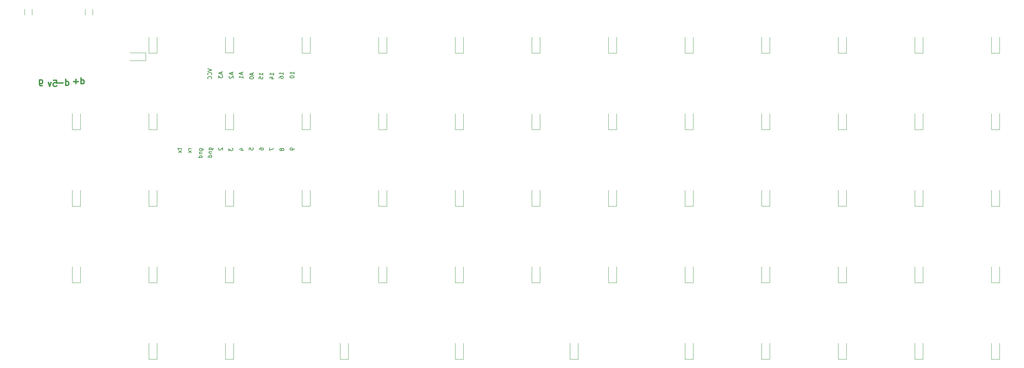
<source format=gbo>
G04 #@! TF.GenerationSoftware,KiCad,Pcbnew,(5.1.10-1-10_14)*
G04 #@! TF.CreationDate,2021-08-25T20:34:20+10:00*
G04 #@! TF.ProjectId,WTL62,57544c36-322e-46b6-9963-61645f706362,rev?*
G04 #@! TF.SameCoordinates,Original*
G04 #@! TF.FileFunction,Legend,Bot*
G04 #@! TF.FilePolarity,Positive*
%FSLAX46Y46*%
G04 Gerber Fmt 4.6, Leading zero omitted, Abs format (unit mm)*
G04 Created by KiCad (PCBNEW (5.1.10-1-10_14)) date 2021-08-25 20:34:20*
%MOMM*%
%LPD*%
G01*
G04 APERTURE LIST*
%ADD10C,0.300000*%
%ADD11C,0.120000*%
%ADD12C,0.150000*%
%ADD13C,4.300000*%
%ADD14C,1.752600*%
%ADD15R,0.300000X0.800000*%
%ADD16R,0.540000X0.800000*%
%ADD17C,1.000000*%
%ADD18C,1.524000*%
%ADD19R,2.550000X2.500000*%
%ADD20C,1.750000*%
%ADD21C,3.000000*%
%ADD22C,3.987800*%
%ADD23C,3.048000*%
%ADD24R,1.200000X0.900000*%
%ADD25R,0.900000X1.200000*%
G04 APERTURE END LIST*
D10*
X42517142Y-44874571D02*
X42517142Y-43374571D01*
X42517142Y-44803142D02*
X42660000Y-44874571D01*
X42945714Y-44874571D01*
X43088571Y-44803142D01*
X43160000Y-44731714D01*
X43231428Y-44588857D01*
X43231428Y-44160285D01*
X43160000Y-44017428D01*
X43088571Y-43946000D01*
X42945714Y-43874571D01*
X42660000Y-43874571D01*
X42517142Y-43946000D01*
X41802857Y-44303142D02*
X40660000Y-44303142D01*
X41231428Y-44874571D02*
X41231428Y-43731714D01*
X38707142Y-45255571D02*
X38707142Y-43755571D01*
X38707142Y-45184142D02*
X38850000Y-45255571D01*
X39135714Y-45255571D01*
X39278571Y-45184142D01*
X39350000Y-45112714D01*
X39421428Y-44969857D01*
X39421428Y-44541285D01*
X39350000Y-44398428D01*
X39278571Y-44327000D01*
X39135714Y-44255571D01*
X38850000Y-44255571D01*
X38707142Y-44327000D01*
X37992857Y-44684142D02*
X36850000Y-44684142D01*
X35647285Y-44009571D02*
X36361571Y-44009571D01*
X36433000Y-44723857D01*
X36361571Y-44652428D01*
X36218714Y-44581000D01*
X35861571Y-44581000D01*
X35718714Y-44652428D01*
X35647285Y-44723857D01*
X35575857Y-44866714D01*
X35575857Y-45223857D01*
X35647285Y-45366714D01*
X35718714Y-45438142D01*
X35861571Y-45509571D01*
X36218714Y-45509571D01*
X36361571Y-45438142D01*
X36433000Y-45366714D01*
X35075857Y-44509571D02*
X34718714Y-45509571D01*
X34361571Y-44509571D01*
X32190571Y-43874571D02*
X32190571Y-45088857D01*
X32262000Y-45231714D01*
X32333428Y-45303142D01*
X32476285Y-45374571D01*
X32690571Y-45374571D01*
X32833428Y-45303142D01*
X32190571Y-44803142D02*
X32333428Y-44874571D01*
X32619142Y-44874571D01*
X32762000Y-44803142D01*
X32833428Y-44731714D01*
X32904857Y-44588857D01*
X32904857Y-44160285D01*
X32833428Y-44017428D01*
X32762000Y-43946000D01*
X32619142Y-43874571D01*
X32333428Y-43874571D01*
X32190571Y-43946000D01*
D11*
X43540000Y-26260436D02*
X43540000Y-27714564D01*
X45360000Y-26260436D02*
X45360000Y-27714564D01*
X28458750Y-26260436D02*
X28458750Y-27714564D01*
X30278750Y-26260436D02*
X30278750Y-27714564D01*
X175625000Y-37175000D02*
X173625000Y-37175000D01*
X173625000Y-37175000D02*
X173625000Y-33275000D01*
X175625000Y-37175000D02*
X175625000Y-33275000D01*
X194675000Y-37175000D02*
X192675000Y-37175000D01*
X192675000Y-37175000D02*
X192675000Y-33275000D01*
X194675000Y-37175000D02*
X194675000Y-33275000D01*
X213725000Y-37175000D02*
X211725000Y-37175000D01*
X211725000Y-37175000D02*
X211725000Y-33275000D01*
X213725000Y-37175000D02*
X213725000Y-33275000D01*
X232775000Y-37175000D02*
X230775000Y-37175000D01*
X230775000Y-37175000D02*
X230775000Y-33275000D01*
X232775000Y-37175000D02*
X232775000Y-33275000D01*
X251825000Y-37175000D02*
X249825000Y-37175000D01*
X249825000Y-37175000D02*
X249825000Y-33275000D01*
X251825000Y-37175000D02*
X251825000Y-33275000D01*
X270875000Y-37175000D02*
X268875000Y-37175000D01*
X268875000Y-37175000D02*
X268875000Y-33275000D01*
X270875000Y-37175000D02*
X270875000Y-33275000D01*
X175625000Y-56225000D02*
X173625000Y-56225000D01*
X173625000Y-56225000D02*
X173625000Y-52325000D01*
X175625000Y-56225000D02*
X175625000Y-52325000D01*
X194675000Y-56225000D02*
X192675000Y-56225000D01*
X192675000Y-56225000D02*
X192675000Y-52325000D01*
X194675000Y-56225000D02*
X194675000Y-52325000D01*
X213725000Y-56225000D02*
X211725000Y-56225000D01*
X211725000Y-56225000D02*
X211725000Y-52325000D01*
X213725000Y-56225000D02*
X213725000Y-52325000D01*
X232775000Y-56225000D02*
X230775000Y-56225000D01*
X230775000Y-56225000D02*
X230775000Y-52325000D01*
X232775000Y-56225000D02*
X232775000Y-52325000D01*
X251825000Y-56225000D02*
X249825000Y-56225000D01*
X249825000Y-56225000D02*
X249825000Y-52325000D01*
X251825000Y-56225000D02*
X251825000Y-52325000D01*
X270875000Y-56225000D02*
X268875000Y-56225000D01*
X268875000Y-56225000D02*
X268875000Y-52325000D01*
X270875000Y-56225000D02*
X270875000Y-52325000D01*
X175625000Y-75275000D02*
X173625000Y-75275000D01*
X173625000Y-75275000D02*
X173625000Y-71375000D01*
X175625000Y-75275000D02*
X175625000Y-71375000D01*
X194675000Y-75275000D02*
X192675000Y-75275000D01*
X192675000Y-75275000D02*
X192675000Y-71375000D01*
X194675000Y-75275000D02*
X194675000Y-71375000D01*
X213725000Y-75275000D02*
X211725000Y-75275000D01*
X211725000Y-75275000D02*
X211725000Y-71375000D01*
X213725000Y-75275000D02*
X213725000Y-71375000D01*
X232775000Y-75275000D02*
X230775000Y-75275000D01*
X230775000Y-75275000D02*
X230775000Y-71375000D01*
X232775000Y-75275000D02*
X232775000Y-71375000D01*
X251825000Y-75275000D02*
X249825000Y-75275000D01*
X249825000Y-75275000D02*
X249825000Y-71375000D01*
X251825000Y-75275000D02*
X251825000Y-71375000D01*
X270875000Y-75275000D02*
X268875000Y-75275000D01*
X268875000Y-75275000D02*
X268875000Y-71375000D01*
X270875000Y-75275000D02*
X270875000Y-71375000D01*
X175625000Y-94325000D02*
X173625000Y-94325000D01*
X173625000Y-94325000D02*
X173625000Y-90425000D01*
X175625000Y-94325000D02*
X175625000Y-90425000D01*
X194675000Y-94325000D02*
X192675000Y-94325000D01*
X192675000Y-94325000D02*
X192675000Y-90425000D01*
X194675000Y-94325000D02*
X194675000Y-90425000D01*
X213725000Y-94325000D02*
X211725000Y-94325000D01*
X211725000Y-94325000D02*
X211725000Y-90425000D01*
X213725000Y-94325000D02*
X213725000Y-90425000D01*
X232775000Y-94325000D02*
X230775000Y-94325000D01*
X230775000Y-94325000D02*
X230775000Y-90425000D01*
X232775000Y-94325000D02*
X232775000Y-90425000D01*
X251825000Y-94325000D02*
X249825000Y-94325000D01*
X249825000Y-94325000D02*
X249825000Y-90425000D01*
X251825000Y-94325000D02*
X251825000Y-90425000D01*
X270875000Y-94325000D02*
X268875000Y-94325000D01*
X268875000Y-94325000D02*
X268875000Y-90425000D01*
X270875000Y-94325000D02*
X270875000Y-90425000D01*
X194675000Y-113375000D02*
X192675000Y-113375000D01*
X192675000Y-113375000D02*
X192675000Y-109475000D01*
X194675000Y-113375000D02*
X194675000Y-109475000D01*
X213725000Y-113375000D02*
X211725000Y-113375000D01*
X211725000Y-113375000D02*
X211725000Y-109475000D01*
X213725000Y-113375000D02*
X213725000Y-109475000D01*
X232775000Y-113375000D02*
X230775000Y-113375000D01*
X230775000Y-113375000D02*
X230775000Y-109475000D01*
X232775000Y-113375000D02*
X232775000Y-109475000D01*
X251825000Y-113375000D02*
X249825000Y-113375000D01*
X249825000Y-113375000D02*
X249825000Y-109475000D01*
X251825000Y-113375000D02*
X251825000Y-109475000D01*
X270875000Y-113375000D02*
X268875000Y-113375000D01*
X268875000Y-113375000D02*
X268875000Y-109475000D01*
X270875000Y-113375000D02*
X270875000Y-109475000D01*
X166100000Y-113375000D02*
X164100000Y-113375000D01*
X164100000Y-113375000D02*
X164100000Y-109475000D01*
X166100000Y-113375000D02*
X166100000Y-109475000D01*
X137525000Y-113375000D02*
X135525000Y-113375000D01*
X135525000Y-113375000D02*
X135525000Y-109475000D01*
X137525000Y-113375000D02*
X137525000Y-109475000D01*
X108950000Y-113375000D02*
X106950000Y-113375000D01*
X106950000Y-113375000D02*
X106950000Y-109475000D01*
X108950000Y-113375000D02*
X108950000Y-109475000D01*
X80375000Y-113375000D02*
X78375000Y-113375000D01*
X78375000Y-113375000D02*
X78375000Y-109475000D01*
X80375000Y-113375000D02*
X80375000Y-109475000D01*
X61325000Y-113375000D02*
X59325000Y-113375000D01*
X59325000Y-113375000D02*
X59325000Y-109475000D01*
X61325000Y-113375000D02*
X61325000Y-109475000D01*
X156575000Y-94325000D02*
X154575000Y-94325000D01*
X154575000Y-94325000D02*
X154575000Y-90425000D01*
X156575000Y-94325000D02*
X156575000Y-90425000D01*
X137525000Y-94325000D02*
X135525000Y-94325000D01*
X135525000Y-94325000D02*
X135525000Y-90425000D01*
X137525000Y-94325000D02*
X137525000Y-90425000D01*
X118475000Y-94325000D02*
X116475000Y-94325000D01*
X116475000Y-94325000D02*
X116475000Y-90425000D01*
X118475000Y-94325000D02*
X118475000Y-90425000D01*
X99425000Y-94325000D02*
X97425000Y-94325000D01*
X97425000Y-94325000D02*
X97425000Y-90425000D01*
X99425000Y-94325000D02*
X99425000Y-90425000D01*
X80375000Y-94325000D02*
X78375000Y-94325000D01*
X78375000Y-94325000D02*
X78375000Y-90425000D01*
X80375000Y-94325000D02*
X80375000Y-90425000D01*
X61325000Y-94325000D02*
X59325000Y-94325000D01*
X59325000Y-94325000D02*
X59325000Y-90425000D01*
X61325000Y-94325000D02*
X61325000Y-90425000D01*
X42275000Y-94325000D02*
X40275000Y-94325000D01*
X40275000Y-94325000D02*
X40275000Y-90425000D01*
X42275000Y-94325000D02*
X42275000Y-90425000D01*
X156575000Y-75275000D02*
X154575000Y-75275000D01*
X154575000Y-75275000D02*
X154575000Y-71375000D01*
X156575000Y-75275000D02*
X156575000Y-71375000D01*
X137525000Y-75275000D02*
X135525000Y-75275000D01*
X135525000Y-75275000D02*
X135525000Y-71375000D01*
X137525000Y-75275000D02*
X137525000Y-71375000D01*
X118475000Y-75275000D02*
X116475000Y-75275000D01*
X116475000Y-75275000D02*
X116475000Y-71375000D01*
X118475000Y-75275000D02*
X118475000Y-71375000D01*
X99425000Y-75275000D02*
X97425000Y-75275000D01*
X97425000Y-75275000D02*
X97425000Y-71375000D01*
X99425000Y-75275000D02*
X99425000Y-71375000D01*
X80375000Y-75275000D02*
X78375000Y-75275000D01*
X78375000Y-75275000D02*
X78375000Y-71375000D01*
X80375000Y-75275000D02*
X80375000Y-71375000D01*
X61325000Y-75275000D02*
X59325000Y-75275000D01*
X59325000Y-75275000D02*
X59325000Y-71375000D01*
X61325000Y-75275000D02*
X61325000Y-71375000D01*
X42275000Y-75275000D02*
X40275000Y-75275000D01*
X40275000Y-75275000D02*
X40275000Y-71375000D01*
X42275000Y-75275000D02*
X42275000Y-71375000D01*
X156575000Y-56287500D02*
X154575000Y-56287500D01*
X154575000Y-56287500D02*
X154575000Y-52387500D01*
X156575000Y-56287500D02*
X156575000Y-52387500D01*
X137525000Y-56225000D02*
X135525000Y-56225000D01*
X135525000Y-56225000D02*
X135525000Y-52325000D01*
X137525000Y-56225000D02*
X137525000Y-52325000D01*
X118475000Y-56225000D02*
X116475000Y-56225000D01*
X116475000Y-56225000D02*
X116475000Y-52325000D01*
X118475000Y-56225000D02*
X118475000Y-52325000D01*
X99425000Y-56225000D02*
X97425000Y-56225000D01*
X97425000Y-56225000D02*
X97425000Y-52325000D01*
X99425000Y-56225000D02*
X99425000Y-52325000D01*
X80375000Y-56225000D02*
X78375000Y-56225000D01*
X78375000Y-56225000D02*
X78375000Y-52325000D01*
X80375000Y-56225000D02*
X80375000Y-52325000D01*
X61325000Y-56225000D02*
X59325000Y-56225000D01*
X59325000Y-56225000D02*
X59325000Y-52325000D01*
X61325000Y-56225000D02*
X61325000Y-52325000D01*
X42275000Y-56225000D02*
X40275000Y-56225000D01*
X40275000Y-56225000D02*
X40275000Y-52325000D01*
X42275000Y-56225000D02*
X42275000Y-52325000D01*
X156575000Y-37175000D02*
X154575000Y-37175000D01*
X154575000Y-37175000D02*
X154575000Y-33275000D01*
X156575000Y-37175000D02*
X156575000Y-33275000D01*
X137525000Y-37175000D02*
X135525000Y-37175000D01*
X135525000Y-37175000D02*
X135525000Y-33275000D01*
X137525000Y-37175000D02*
X137525000Y-33275000D01*
X118475000Y-37175000D02*
X116475000Y-37175000D01*
X116475000Y-37175000D02*
X116475000Y-33275000D01*
X118475000Y-37175000D02*
X118475000Y-33275000D01*
X99425000Y-37175000D02*
X97425000Y-37175000D01*
X97425000Y-37175000D02*
X97425000Y-33275000D01*
X99425000Y-37175000D02*
X99425000Y-33275000D01*
X80375000Y-37112500D02*
X78375000Y-37112500D01*
X78375000Y-37112500D02*
X78375000Y-33212500D01*
X80375000Y-37112500D02*
X80375000Y-33212500D01*
X61325000Y-37175000D02*
X59325000Y-37175000D01*
X59325000Y-37175000D02*
X59325000Y-33275000D01*
X61325000Y-37175000D02*
X61325000Y-33275000D01*
X58606250Y-37100000D02*
X58606250Y-39100000D01*
X58606250Y-39100000D02*
X54706250Y-39100000D01*
X58606250Y-37100000D02*
X54706250Y-37100000D01*
D12*
X74001380Y-41084666D02*
X75001380Y-41418000D01*
X74001380Y-41751333D01*
X74906142Y-42656095D02*
X74953761Y-42608476D01*
X75001380Y-42465619D01*
X75001380Y-42370380D01*
X74953761Y-42227523D01*
X74858523Y-42132285D01*
X74763285Y-42084666D01*
X74572809Y-42037047D01*
X74429952Y-42037047D01*
X74239476Y-42084666D01*
X74144238Y-42132285D01*
X74049000Y-42227523D01*
X74001380Y-42370380D01*
X74001380Y-42465619D01*
X74049000Y-42608476D01*
X74096619Y-42656095D01*
X74906142Y-43656095D02*
X74953761Y-43608476D01*
X75001380Y-43465619D01*
X75001380Y-43370380D01*
X74953761Y-43227523D01*
X74858523Y-43132285D01*
X74763285Y-43084666D01*
X74572809Y-43037047D01*
X74429952Y-43037047D01*
X74239476Y-43084666D01*
X74144238Y-43132285D01*
X74049000Y-43227523D01*
X74001380Y-43370380D01*
X74001380Y-43465619D01*
X74049000Y-43608476D01*
X74096619Y-43656095D01*
X77382666Y-41957714D02*
X77382666Y-42433904D01*
X77668380Y-41862476D02*
X76668380Y-42195809D01*
X77668380Y-42529142D01*
X76668380Y-42767238D02*
X76668380Y-43386285D01*
X77049333Y-43052952D01*
X77049333Y-43195809D01*
X77096952Y-43291047D01*
X77144571Y-43338666D01*
X77239809Y-43386285D01*
X77477904Y-43386285D01*
X77573142Y-43338666D01*
X77620761Y-43291047D01*
X77668380Y-43195809D01*
X77668380Y-42910095D01*
X77620761Y-42814857D01*
X77573142Y-42767238D01*
X80049666Y-42084714D02*
X80049666Y-42560904D01*
X80335380Y-41989476D02*
X79335380Y-42322809D01*
X80335380Y-42656142D01*
X79430619Y-42941857D02*
X79383000Y-42989476D01*
X79335380Y-43084714D01*
X79335380Y-43322809D01*
X79383000Y-43418047D01*
X79430619Y-43465666D01*
X79525857Y-43513285D01*
X79621095Y-43513285D01*
X79763952Y-43465666D01*
X80335380Y-42894238D01*
X80335380Y-43513285D01*
X82462666Y-42084714D02*
X82462666Y-42560904D01*
X82748380Y-41989476D02*
X81748380Y-42322809D01*
X82748380Y-42656142D01*
X82748380Y-43513285D02*
X82748380Y-42941857D01*
X82748380Y-43227571D02*
X81748380Y-43227571D01*
X81891238Y-43132333D01*
X81986476Y-43037095D01*
X82034095Y-42941857D01*
X85129666Y-42211714D02*
X85129666Y-42687904D01*
X85415380Y-42116476D02*
X84415380Y-42449809D01*
X85415380Y-42783142D01*
X84415380Y-43306952D02*
X84415380Y-43402190D01*
X84463000Y-43497428D01*
X84510619Y-43545047D01*
X84605857Y-43592666D01*
X84796333Y-43640285D01*
X85034428Y-43640285D01*
X85224904Y-43592666D01*
X85320142Y-43545047D01*
X85367761Y-43497428D01*
X85415380Y-43402190D01*
X85415380Y-43306952D01*
X85367761Y-43211714D01*
X85320142Y-43164095D01*
X85224904Y-43116476D01*
X85034428Y-43068857D01*
X84796333Y-43068857D01*
X84605857Y-43116476D01*
X84510619Y-43164095D01*
X84463000Y-43211714D01*
X84415380Y-43306952D01*
X87736380Y-42735523D02*
X87736380Y-42164095D01*
X87736380Y-42449809D02*
X86736380Y-42449809D01*
X86879238Y-42354571D01*
X86974476Y-42259333D01*
X87022095Y-42164095D01*
X86736380Y-43640285D02*
X86736380Y-43164095D01*
X87212571Y-43116476D01*
X87164952Y-43164095D01*
X87117333Y-43259333D01*
X87117333Y-43497428D01*
X87164952Y-43592666D01*
X87212571Y-43640285D01*
X87307809Y-43687904D01*
X87545904Y-43687904D01*
X87641142Y-43640285D01*
X87688761Y-43592666D01*
X87736380Y-43497428D01*
X87736380Y-43259333D01*
X87688761Y-43164095D01*
X87641142Y-43116476D01*
X90368380Y-42735523D02*
X90368380Y-42164095D01*
X90368380Y-42449809D02*
X89368380Y-42449809D01*
X89511238Y-42354571D01*
X89606476Y-42259333D01*
X89654095Y-42164095D01*
X89701714Y-43592666D02*
X90368380Y-43592666D01*
X89320761Y-43354571D02*
X90035047Y-43116476D01*
X90035047Y-43735523D01*
X92781380Y-42608523D02*
X92781380Y-42037095D01*
X92781380Y-42322809D02*
X91781380Y-42322809D01*
X91924238Y-42227571D01*
X92019476Y-42132333D01*
X92067095Y-42037095D01*
X91781380Y-43465666D02*
X91781380Y-43275190D01*
X91829000Y-43179952D01*
X91876619Y-43132333D01*
X92019476Y-43037095D01*
X92209952Y-42989476D01*
X92590904Y-42989476D01*
X92686142Y-43037095D01*
X92733761Y-43084714D01*
X92781380Y-43179952D01*
X92781380Y-43370428D01*
X92733761Y-43465666D01*
X92686142Y-43513285D01*
X92590904Y-43560904D01*
X92352809Y-43560904D01*
X92257571Y-43513285D01*
X92209952Y-43465666D01*
X92162333Y-43370428D01*
X92162333Y-43179952D01*
X92209952Y-43084714D01*
X92257571Y-43037095D01*
X92352809Y-42989476D01*
X95448380Y-42481523D02*
X95448380Y-41910095D01*
X95448380Y-42195809D02*
X94448380Y-42195809D01*
X94591238Y-42100571D01*
X94686476Y-42005333D01*
X94734095Y-41910095D01*
X94448380Y-43100571D02*
X94448380Y-43195809D01*
X94496000Y-43291047D01*
X94543619Y-43338666D01*
X94638857Y-43386285D01*
X94829333Y-43433904D01*
X95067428Y-43433904D01*
X95257904Y-43386285D01*
X95353142Y-43338666D01*
X95400761Y-43291047D01*
X95448380Y-43195809D01*
X95448380Y-43100571D01*
X95400761Y-43005333D01*
X95353142Y-42957714D01*
X95257904Y-42910095D01*
X95067428Y-42862476D01*
X94829333Y-42862476D01*
X94638857Y-42910095D01*
X94543619Y-42957714D01*
X94496000Y-43005333D01*
X94448380Y-43100571D01*
X95448380Y-60896523D02*
X95448380Y-61087000D01*
X95400761Y-61182238D01*
X95353142Y-61229857D01*
X95210285Y-61325095D01*
X95019809Y-61372714D01*
X94638857Y-61372714D01*
X94543619Y-61325095D01*
X94496000Y-61277476D01*
X94448380Y-61182238D01*
X94448380Y-60991761D01*
X94496000Y-60896523D01*
X94543619Y-60848904D01*
X94638857Y-60801285D01*
X94876952Y-60801285D01*
X94972190Y-60848904D01*
X95019809Y-60896523D01*
X95067428Y-60991761D01*
X95067428Y-61182238D01*
X95019809Y-61277476D01*
X94972190Y-61325095D01*
X94876952Y-61372714D01*
X92336952Y-61118761D02*
X92289333Y-61023523D01*
X92241714Y-60975904D01*
X92146476Y-60928285D01*
X92098857Y-60928285D01*
X92003619Y-60975904D01*
X91956000Y-61023523D01*
X91908380Y-61118761D01*
X91908380Y-61309238D01*
X91956000Y-61404476D01*
X92003619Y-61452095D01*
X92098857Y-61499714D01*
X92146476Y-61499714D01*
X92241714Y-61452095D01*
X92289333Y-61404476D01*
X92336952Y-61309238D01*
X92336952Y-61118761D01*
X92384571Y-61023523D01*
X92432190Y-60975904D01*
X92527428Y-60928285D01*
X92717904Y-60928285D01*
X92813142Y-60975904D01*
X92860761Y-61023523D01*
X92908380Y-61118761D01*
X92908380Y-61309238D01*
X92860761Y-61404476D01*
X92813142Y-61452095D01*
X92717904Y-61499714D01*
X92527428Y-61499714D01*
X92432190Y-61452095D01*
X92384571Y-61404476D01*
X92336952Y-61309238D01*
X89368380Y-60753666D02*
X89368380Y-61420333D01*
X90368380Y-60991761D01*
X86828380Y-61277476D02*
X86828380Y-61087000D01*
X86876000Y-60991761D01*
X86923619Y-60944142D01*
X87066476Y-60848904D01*
X87256952Y-60801285D01*
X87637904Y-60801285D01*
X87733142Y-60848904D01*
X87780761Y-60896523D01*
X87828380Y-60991761D01*
X87828380Y-61182238D01*
X87780761Y-61277476D01*
X87733142Y-61325095D01*
X87637904Y-61372714D01*
X87399809Y-61372714D01*
X87304571Y-61325095D01*
X87256952Y-61277476D01*
X87209333Y-61182238D01*
X87209333Y-60991761D01*
X87256952Y-60896523D01*
X87304571Y-60848904D01*
X87399809Y-60801285D01*
X84288380Y-61325095D02*
X84288380Y-60848904D01*
X84764571Y-60801285D01*
X84716952Y-60848904D01*
X84669333Y-60944142D01*
X84669333Y-61182238D01*
X84716952Y-61277476D01*
X84764571Y-61325095D01*
X84859809Y-61372714D01*
X85097904Y-61372714D01*
X85193142Y-61325095D01*
X85240761Y-61277476D01*
X85288380Y-61182238D01*
X85288380Y-60944142D01*
X85240761Y-60848904D01*
X85193142Y-60801285D01*
X82208714Y-61404476D02*
X82875380Y-61404476D01*
X81827761Y-61166380D02*
X82542047Y-60928285D01*
X82542047Y-61547333D01*
X79208380Y-60880666D02*
X79208380Y-61499714D01*
X79589333Y-61166380D01*
X79589333Y-61309238D01*
X79636952Y-61404476D01*
X79684571Y-61452095D01*
X79779809Y-61499714D01*
X80017904Y-61499714D01*
X80113142Y-61452095D01*
X80160761Y-61404476D01*
X80208380Y-61309238D01*
X80208380Y-61023523D01*
X80160761Y-60928285D01*
X80113142Y-60880666D01*
X76763619Y-60801285D02*
X76716000Y-60848904D01*
X76668380Y-60944142D01*
X76668380Y-61182238D01*
X76716000Y-61277476D01*
X76763619Y-61325095D01*
X76858857Y-61372714D01*
X76954095Y-61372714D01*
X77096952Y-61325095D01*
X77668380Y-60753666D01*
X77668380Y-61372714D01*
X74334714Y-61285523D02*
X75144238Y-61285523D01*
X75239476Y-61237904D01*
X75287095Y-61190285D01*
X75334714Y-61095047D01*
X75334714Y-60952190D01*
X75287095Y-60856952D01*
X74953761Y-61285523D02*
X75001380Y-61190285D01*
X75001380Y-60999809D01*
X74953761Y-60904571D01*
X74906142Y-60856952D01*
X74810904Y-60809333D01*
X74525190Y-60809333D01*
X74429952Y-60856952D01*
X74382333Y-60904571D01*
X74334714Y-60999809D01*
X74334714Y-61190285D01*
X74382333Y-61285523D01*
X74334714Y-61761714D02*
X75001380Y-61761714D01*
X74429952Y-61761714D02*
X74382333Y-61809333D01*
X74334714Y-61904571D01*
X74334714Y-62047428D01*
X74382333Y-62142666D01*
X74477571Y-62190285D01*
X75001380Y-62190285D01*
X75001380Y-63095047D02*
X74001380Y-63095047D01*
X74953761Y-63095047D02*
X75001380Y-62999809D01*
X75001380Y-62809333D01*
X74953761Y-62714095D01*
X74906142Y-62666476D01*
X74810904Y-62618857D01*
X74525190Y-62618857D01*
X74429952Y-62666476D01*
X74382333Y-62714095D01*
X74334714Y-62809333D01*
X74334714Y-62999809D01*
X74382333Y-63095047D01*
X71921714Y-61412523D02*
X72731238Y-61412523D01*
X72826476Y-61364904D01*
X72874095Y-61317285D01*
X72921714Y-61222047D01*
X72921714Y-61079190D01*
X72874095Y-60983952D01*
X72540761Y-61412523D02*
X72588380Y-61317285D01*
X72588380Y-61126809D01*
X72540761Y-61031571D01*
X72493142Y-60983952D01*
X72397904Y-60936333D01*
X72112190Y-60936333D01*
X72016952Y-60983952D01*
X71969333Y-61031571D01*
X71921714Y-61126809D01*
X71921714Y-61317285D01*
X71969333Y-61412523D01*
X71921714Y-61888714D02*
X72588380Y-61888714D01*
X72016952Y-61888714D02*
X71969333Y-61936333D01*
X71921714Y-62031571D01*
X71921714Y-62174428D01*
X71969333Y-62269666D01*
X72064571Y-62317285D01*
X72588380Y-62317285D01*
X72588380Y-63222047D02*
X71588380Y-63222047D01*
X72540761Y-63222047D02*
X72588380Y-63126809D01*
X72588380Y-62936333D01*
X72540761Y-62841095D01*
X72493142Y-62793476D01*
X72397904Y-62745857D01*
X72112190Y-62745857D01*
X72016952Y-62793476D01*
X71969333Y-62841095D01*
X71921714Y-62936333D01*
X71921714Y-63126809D01*
X71969333Y-63222047D01*
X69921380Y-60991809D02*
X69254714Y-60991809D01*
X69445190Y-60991809D02*
X69349952Y-61039428D01*
X69302333Y-61087047D01*
X69254714Y-61182285D01*
X69254714Y-61277523D01*
X69921380Y-61515619D02*
X69254714Y-62039428D01*
X69254714Y-61515619D02*
X69921380Y-62039428D01*
X66819714Y-60872761D02*
X66819714Y-61253714D01*
X66486380Y-61015619D02*
X67343523Y-61015619D01*
X67438761Y-61063238D01*
X67486380Y-61158476D01*
X67486380Y-61253714D01*
X67486380Y-61491809D02*
X66819714Y-62015619D01*
X66819714Y-61491809D02*
X67486380Y-62015619D01*
%LPC*%
D13*
X147637500Y-80962500D03*
X147637500Y-61912500D03*
X61912500Y-100012500D03*
X61912500Y-42862500D03*
X233362500Y-42862500D03*
X233362500Y-100012500D03*
G36*
G01*
X43824997Y-27887500D02*
X45075003Y-27887500D01*
G75*
G02*
X45325000Y-28137497I0J-249997D01*
G01*
X45325000Y-28762503D01*
G75*
G02*
X45075003Y-29012500I-249997J0D01*
G01*
X43824997Y-29012500D01*
G75*
G02*
X43575000Y-28762503I0J249997D01*
G01*
X43575000Y-28137497D01*
G75*
G02*
X43824997Y-27887500I249997J0D01*
G01*
G37*
G36*
G01*
X43824997Y-24962500D02*
X45075003Y-24962500D01*
G75*
G02*
X45325000Y-25212497I0J-249997D01*
G01*
X45325000Y-25837503D01*
G75*
G02*
X45075003Y-26087500I-249997J0D01*
G01*
X43824997Y-26087500D01*
G75*
G02*
X43575000Y-25837503I0J249997D01*
G01*
X43575000Y-25212497D01*
G75*
G02*
X43824997Y-24962500I249997J0D01*
G01*
G37*
G36*
G01*
X28743747Y-27887500D02*
X29993753Y-27887500D01*
G75*
G02*
X30243750Y-28137497I0J-249997D01*
G01*
X30243750Y-28762503D01*
G75*
G02*
X29993753Y-29012500I-249997J0D01*
G01*
X28743747Y-29012500D01*
G75*
G02*
X28493750Y-28762503I0J249997D01*
G01*
X28493750Y-28137497D01*
G75*
G02*
X28743747Y-27887500I249997J0D01*
G01*
G37*
G36*
G01*
X28743747Y-24962500D02*
X29993753Y-24962500D01*
G75*
G02*
X30243750Y-25212497I0J-249997D01*
G01*
X30243750Y-25837503D01*
G75*
G02*
X29993753Y-26087500I-249997J0D01*
G01*
X28743747Y-26087500D01*
G75*
G02*
X28493750Y-25837503I0J249997D01*
G01*
X28493750Y-25212497D01*
G75*
G02*
X28743747Y-24962500I249997J0D01*
G01*
G37*
D14*
X33337500Y-42862500D03*
X40481250Y-42862500D03*
X38100000Y-42862500D03*
X35718750Y-42862500D03*
D15*
X39056250Y-29733000D03*
X36056250Y-29733000D03*
X37056250Y-29733000D03*
X37556250Y-29733000D03*
X36556250Y-29733000D03*
X38056250Y-29733000D03*
D16*
X39706250Y-29733000D03*
X34906250Y-29733000D03*
X34106250Y-29733000D03*
X40506250Y-29733000D03*
D17*
X42881550Y-28968700D03*
X42881250Y-28452000D03*
X42881250Y-29214000D03*
X42881250Y-28714700D03*
X31730650Y-28714700D03*
X31730650Y-29214000D03*
X31730650Y-28452000D03*
X31730950Y-28968700D03*
X31730950Y-25146000D03*
X31730950Y-25438100D03*
X31731250Y-24218900D03*
X31730950Y-24498300D03*
X31730950Y-24803100D03*
X42881550Y-25425400D03*
X42881550Y-25133300D03*
X42881550Y-24790400D03*
X42881550Y-24485600D03*
X42881850Y-24206200D03*
D15*
X38556250Y-29733000D03*
X35548250Y-29733000D03*
D18*
X67056000Y-44585600D03*
X69596000Y-44585600D03*
X72136000Y-44585600D03*
X74676000Y-44585600D03*
X77216000Y-44585600D03*
X79756000Y-44585600D03*
X82296000Y-44585600D03*
X84836000Y-44585600D03*
X87376000Y-44585600D03*
X89916000Y-44585600D03*
X92456000Y-44585600D03*
X94996000Y-44585600D03*
X94996000Y-59805600D03*
X92456000Y-59805600D03*
X89916000Y-59805600D03*
X87376000Y-59805600D03*
X84836000Y-59805600D03*
X82296000Y-59805600D03*
X79756000Y-59805600D03*
X77216000Y-59805600D03*
X74676000Y-59805600D03*
X72136000Y-59805600D03*
X69596000Y-59805600D03*
X67056000Y-59805600D03*
D19*
X210629500Y-66357500D03*
X197702500Y-68897500D03*
D20*
X209867500Y-71437500D03*
X199707500Y-71437500D03*
D21*
X200977500Y-68897500D03*
D22*
X204787500Y-71437500D03*
D21*
X207327500Y-66357500D03*
D22*
X145224500Y-117792500D03*
X169100500Y-117792500D03*
D23*
X145224500Y-102552500D03*
X169100500Y-102552500D03*
D19*
X163004500Y-104457500D03*
X150077500Y-106997500D03*
D20*
X162242500Y-109537500D03*
X152082500Y-109537500D03*
D21*
X153352500Y-106997500D03*
D22*
X157162500Y-109537500D03*
D21*
X159702500Y-104457500D03*
D22*
X88074500Y-117792500D03*
X111950500Y-117792500D03*
D23*
X88074500Y-102552500D03*
X111950500Y-102552500D03*
D19*
X105854500Y-104457500D03*
X92927500Y-106997500D03*
D20*
X105092500Y-109537500D03*
X94932500Y-109537500D03*
D21*
X96202500Y-106997500D03*
D22*
X100012500Y-109537500D03*
D21*
X102552500Y-104457500D03*
D19*
X172529500Y-28257500D03*
X159602500Y-30797500D03*
D20*
X171767500Y-33337500D03*
X161607500Y-33337500D03*
D21*
X162877500Y-30797500D03*
D22*
X166687500Y-33337500D03*
D21*
X169227500Y-28257500D03*
D19*
X191579500Y-28257500D03*
X178652500Y-30797500D03*
D20*
X190817500Y-33337500D03*
X180657500Y-33337500D03*
D21*
X181927500Y-30797500D03*
D22*
X185737500Y-33337500D03*
D21*
X188277500Y-28257500D03*
D19*
X210629500Y-28257500D03*
X197702500Y-30797500D03*
D20*
X209867500Y-33337500D03*
X199707500Y-33337500D03*
D21*
X200977500Y-30797500D03*
D22*
X204787500Y-33337500D03*
D21*
X207327500Y-28257500D03*
D19*
X229679500Y-28257500D03*
X216752500Y-30797500D03*
D20*
X228917500Y-33337500D03*
X218757500Y-33337500D03*
D21*
X220027500Y-30797500D03*
D22*
X223837500Y-33337500D03*
D21*
X226377500Y-28257500D03*
D19*
X248729500Y-28257500D03*
X235802500Y-30797500D03*
D20*
X247967500Y-33337500D03*
X237807500Y-33337500D03*
D21*
X239077500Y-30797500D03*
D22*
X242887500Y-33337500D03*
D21*
X245427500Y-28257500D03*
D19*
X267779500Y-28257500D03*
X254852500Y-30797500D03*
D20*
X267017500Y-33337500D03*
X256857500Y-33337500D03*
D21*
X258127500Y-30797500D03*
D22*
X261937500Y-33337500D03*
D21*
X264477500Y-28257500D03*
D19*
X172529500Y-47307500D03*
X159602500Y-49847500D03*
D20*
X171767500Y-52387500D03*
X161607500Y-52387500D03*
D21*
X162877500Y-49847500D03*
D22*
X166687500Y-52387500D03*
D21*
X169227500Y-47307500D03*
D19*
X191579500Y-47307500D03*
X178652500Y-49847500D03*
D20*
X190817500Y-52387500D03*
X180657500Y-52387500D03*
D21*
X181927500Y-49847500D03*
D22*
X185737500Y-52387500D03*
D21*
X188277500Y-47307500D03*
D19*
X210629500Y-47307500D03*
X197702500Y-49847500D03*
D20*
X209867500Y-52387500D03*
X199707500Y-52387500D03*
D21*
X200977500Y-49847500D03*
D22*
X204787500Y-52387500D03*
D21*
X207327500Y-47307500D03*
D19*
X229679500Y-47307500D03*
X216752500Y-49847500D03*
D20*
X228917500Y-52387500D03*
X218757500Y-52387500D03*
D21*
X220027500Y-49847500D03*
D22*
X223837500Y-52387500D03*
D21*
X226377500Y-47307500D03*
D19*
X248729500Y-47307500D03*
X235802500Y-49847500D03*
D20*
X247967500Y-52387500D03*
X237807500Y-52387500D03*
D21*
X239077500Y-49847500D03*
D22*
X242887500Y-52387500D03*
D21*
X245427500Y-47307500D03*
D19*
X267779500Y-47307500D03*
X254852500Y-49847500D03*
D20*
X267017500Y-52387500D03*
X256857500Y-52387500D03*
D21*
X258127500Y-49847500D03*
D22*
X261937500Y-52387500D03*
D21*
X264477500Y-47307500D03*
D19*
X172529500Y-66357500D03*
X159602500Y-68897500D03*
D20*
X171767500Y-71437500D03*
X161607500Y-71437500D03*
D21*
X162877500Y-68897500D03*
D22*
X166687500Y-71437500D03*
D21*
X169227500Y-66357500D03*
D19*
X191579500Y-66357500D03*
X178652500Y-68897500D03*
D20*
X190817500Y-71437500D03*
X180657500Y-71437500D03*
D21*
X181927500Y-68897500D03*
D22*
X185737500Y-71437500D03*
D21*
X188277500Y-66357500D03*
D19*
X229679500Y-66357500D03*
X216752500Y-68897500D03*
D20*
X228917500Y-71437500D03*
X218757500Y-71437500D03*
D21*
X220027500Y-68897500D03*
D22*
X223837500Y-71437500D03*
D21*
X226377500Y-66357500D03*
D19*
X248729500Y-66357500D03*
X235802500Y-68897500D03*
D20*
X247967500Y-71437500D03*
X237807500Y-71437500D03*
D21*
X239077500Y-68897500D03*
D22*
X242887500Y-71437500D03*
D21*
X245427500Y-66357500D03*
D19*
X267779500Y-66357500D03*
X254852500Y-68897500D03*
D20*
X267017500Y-71437500D03*
X256857500Y-71437500D03*
D21*
X258127500Y-68897500D03*
D22*
X261937500Y-71437500D03*
D21*
X264477500Y-66357500D03*
D19*
X172529500Y-85407500D03*
X159602500Y-87947500D03*
D20*
X171767500Y-90487500D03*
X161607500Y-90487500D03*
D21*
X162877500Y-87947500D03*
D22*
X166687500Y-90487500D03*
D21*
X169227500Y-85407500D03*
D19*
X191579500Y-85407500D03*
X178652500Y-87947500D03*
D20*
X190817500Y-90487500D03*
X180657500Y-90487500D03*
D21*
X181927500Y-87947500D03*
D22*
X185737500Y-90487500D03*
D21*
X188277500Y-85407500D03*
D19*
X210629500Y-85407500D03*
X197702500Y-87947500D03*
D20*
X209867500Y-90487500D03*
X199707500Y-90487500D03*
D21*
X200977500Y-87947500D03*
D22*
X204787500Y-90487500D03*
D21*
X207327500Y-85407500D03*
D19*
X229679500Y-85407500D03*
X216752500Y-87947500D03*
D20*
X228917500Y-90487500D03*
X218757500Y-90487500D03*
D21*
X220027500Y-87947500D03*
D22*
X223837500Y-90487500D03*
D21*
X226377500Y-85407500D03*
D19*
X248729500Y-85407500D03*
X235802500Y-87947500D03*
D20*
X247967500Y-90487500D03*
X237807500Y-90487500D03*
D21*
X239077500Y-87947500D03*
D22*
X242887500Y-90487500D03*
D21*
X245427500Y-85407500D03*
D19*
X267779500Y-85407500D03*
X254852500Y-87947500D03*
D20*
X267017500Y-90487500D03*
X256857500Y-90487500D03*
D21*
X258127500Y-87947500D03*
D22*
X261937500Y-90487500D03*
D21*
X264477500Y-85407500D03*
D19*
X191579500Y-104457500D03*
X178652500Y-106997500D03*
D20*
X190817500Y-109537500D03*
X180657500Y-109537500D03*
D21*
X181927500Y-106997500D03*
D22*
X185737500Y-109537500D03*
D21*
X188277500Y-104457500D03*
D19*
X210629500Y-104457500D03*
X197702500Y-106997500D03*
D20*
X209867500Y-109537500D03*
X199707500Y-109537500D03*
D21*
X200977500Y-106997500D03*
D22*
X204787500Y-109537500D03*
D21*
X207327500Y-104457500D03*
D19*
X229679500Y-104457500D03*
X216752500Y-106997500D03*
D20*
X228917500Y-109537500D03*
X218757500Y-109537500D03*
D21*
X220027500Y-106997500D03*
D22*
X223837500Y-109537500D03*
D21*
X226377500Y-104457500D03*
D19*
X248729500Y-104457500D03*
X235802500Y-106997500D03*
D20*
X247967500Y-109537500D03*
X237807500Y-109537500D03*
D21*
X239077500Y-106997500D03*
D22*
X242887500Y-109537500D03*
D21*
X245427500Y-104457500D03*
D19*
X267779500Y-104457500D03*
X254852500Y-106997500D03*
D20*
X267017500Y-109537500D03*
X256857500Y-109537500D03*
D21*
X258127500Y-106997500D03*
D22*
X261937500Y-109537500D03*
D21*
X264477500Y-104457500D03*
D19*
X134429500Y-104457500D03*
X121502500Y-106997500D03*
D20*
X133667500Y-109537500D03*
X123507500Y-109537500D03*
D21*
X124777500Y-106997500D03*
D22*
X128587500Y-109537500D03*
D21*
X131127500Y-104457500D03*
D19*
X77279500Y-104457500D03*
X64352500Y-106997500D03*
D20*
X76517500Y-109537500D03*
X66357500Y-109537500D03*
D21*
X67627500Y-106997500D03*
D22*
X71437500Y-109537500D03*
D21*
X73977500Y-104457500D03*
D19*
X58229500Y-104457500D03*
X45302500Y-106997500D03*
D20*
X57467500Y-109537500D03*
X47307500Y-109537500D03*
D21*
X48577500Y-106997500D03*
D22*
X52387500Y-109537500D03*
D21*
X54927500Y-104457500D03*
D19*
X153479500Y-85407500D03*
X140552500Y-87947500D03*
D20*
X152717500Y-90487500D03*
X142557500Y-90487500D03*
D21*
X143827500Y-87947500D03*
D22*
X147637500Y-90487500D03*
D21*
X150177500Y-85407500D03*
D19*
X134429500Y-85407500D03*
X121502500Y-87947500D03*
D20*
X133667500Y-90487500D03*
X123507500Y-90487500D03*
D21*
X124777500Y-87947500D03*
D22*
X128587500Y-90487500D03*
D21*
X131127500Y-85407500D03*
D19*
X115379500Y-85407500D03*
X102452500Y-87947500D03*
D20*
X114617500Y-90487500D03*
X104457500Y-90487500D03*
D21*
X105727500Y-87947500D03*
D22*
X109537500Y-90487500D03*
D21*
X112077500Y-85407500D03*
D19*
X96329500Y-85407500D03*
X83402500Y-87947500D03*
D20*
X95567500Y-90487500D03*
X85407500Y-90487500D03*
D21*
X86677500Y-87947500D03*
D22*
X90487500Y-90487500D03*
D21*
X93027500Y-85407500D03*
D19*
X77279500Y-85407500D03*
X64352500Y-87947500D03*
D20*
X76517500Y-90487500D03*
X66357500Y-90487500D03*
D21*
X67627500Y-87947500D03*
D22*
X71437500Y-90487500D03*
D21*
X73977500Y-85407500D03*
D19*
X58229500Y-85407500D03*
X45302500Y-87947500D03*
D20*
X57467500Y-90487500D03*
X47307500Y-90487500D03*
D21*
X48577500Y-87947500D03*
D22*
X52387500Y-90487500D03*
D21*
X54927500Y-85407500D03*
D19*
X39179500Y-85407500D03*
X26252500Y-87947500D03*
D20*
X38417500Y-90487500D03*
X28257500Y-90487500D03*
D21*
X29527500Y-87947500D03*
D22*
X33337500Y-90487500D03*
D21*
X35877500Y-85407500D03*
D19*
X153479500Y-66357500D03*
X140552500Y-68897500D03*
D20*
X152717500Y-71437500D03*
X142557500Y-71437500D03*
D21*
X143827500Y-68897500D03*
D22*
X147637500Y-71437500D03*
D21*
X150177500Y-66357500D03*
D19*
X134429500Y-66357500D03*
X121502500Y-68897500D03*
D20*
X133667500Y-71437500D03*
X123507500Y-71437500D03*
D21*
X124777500Y-68897500D03*
D22*
X128587500Y-71437500D03*
D21*
X131127500Y-66357500D03*
D19*
X115379500Y-66357500D03*
X102452500Y-68897500D03*
D20*
X114617500Y-71437500D03*
X104457500Y-71437500D03*
D21*
X105727500Y-68897500D03*
D22*
X109537500Y-71437500D03*
D21*
X112077500Y-66357500D03*
D19*
X96329500Y-66357500D03*
X83402500Y-68897500D03*
D20*
X95567500Y-71437500D03*
X85407500Y-71437500D03*
D21*
X86677500Y-68897500D03*
D22*
X90487500Y-71437500D03*
D21*
X93027500Y-66357500D03*
D19*
X77279500Y-66357500D03*
X64352500Y-68897500D03*
D20*
X76517500Y-71437500D03*
X66357500Y-71437500D03*
D21*
X67627500Y-68897500D03*
D22*
X71437500Y-71437500D03*
D21*
X73977500Y-66357500D03*
D19*
X58229500Y-66357500D03*
X45302500Y-68897500D03*
D20*
X57467500Y-71437500D03*
X47307500Y-71437500D03*
D21*
X48577500Y-68897500D03*
D22*
X52387500Y-71437500D03*
D21*
X54927500Y-66357500D03*
D19*
X39179500Y-66357500D03*
X26252500Y-68897500D03*
D20*
X38417500Y-71437500D03*
X28257500Y-71437500D03*
D21*
X29527500Y-68897500D03*
D22*
X33337500Y-71437500D03*
D21*
X35877500Y-66357500D03*
D19*
X153479500Y-47307500D03*
X140552500Y-49847500D03*
D20*
X152717500Y-52387500D03*
X142557500Y-52387500D03*
D21*
X143827500Y-49847500D03*
D22*
X147637500Y-52387500D03*
D21*
X150177500Y-47307500D03*
D19*
X134429500Y-47307500D03*
X121502500Y-49847500D03*
D20*
X133667500Y-52387500D03*
X123507500Y-52387500D03*
D21*
X124777500Y-49847500D03*
D22*
X128587500Y-52387500D03*
D21*
X131127500Y-47307500D03*
D19*
X115379500Y-47307500D03*
X102452500Y-49847500D03*
D20*
X114617500Y-52387500D03*
X104457500Y-52387500D03*
D21*
X105727500Y-49847500D03*
D22*
X109537500Y-52387500D03*
D21*
X112077500Y-47307500D03*
D19*
X96329500Y-47307500D03*
X83402500Y-49847500D03*
D20*
X95567500Y-52387500D03*
X85407500Y-52387500D03*
D21*
X86677500Y-49847500D03*
D22*
X90487500Y-52387500D03*
D21*
X93027500Y-47307500D03*
D19*
X77279500Y-47307500D03*
X64352500Y-49847500D03*
D20*
X76517500Y-52387500D03*
X66357500Y-52387500D03*
D21*
X67627500Y-49847500D03*
D22*
X71437500Y-52387500D03*
D21*
X73977500Y-47307500D03*
D19*
X58229500Y-47307500D03*
X45302500Y-49847500D03*
D20*
X57467500Y-52387500D03*
X47307500Y-52387500D03*
D21*
X48577500Y-49847500D03*
D22*
X52387500Y-52387500D03*
D21*
X54927500Y-47307500D03*
D19*
X39179500Y-47307500D03*
X26252500Y-49847500D03*
D20*
X38417500Y-52387500D03*
X28257500Y-52387500D03*
D21*
X29527500Y-49847500D03*
D22*
X33337500Y-52387500D03*
D21*
X35877500Y-47307500D03*
D19*
X153479500Y-28257500D03*
X140552500Y-30797500D03*
D20*
X152717500Y-33337500D03*
X142557500Y-33337500D03*
D21*
X143827500Y-30797500D03*
D22*
X147637500Y-33337500D03*
D21*
X150177500Y-28257500D03*
D19*
X134429500Y-28257500D03*
X121502500Y-30797500D03*
D20*
X133667500Y-33337500D03*
X123507500Y-33337500D03*
D21*
X124777500Y-30797500D03*
D22*
X128587500Y-33337500D03*
D21*
X131127500Y-28257500D03*
D19*
X115379500Y-28257500D03*
X102452500Y-30797500D03*
D20*
X114617500Y-33337500D03*
X104457500Y-33337500D03*
D21*
X105727500Y-30797500D03*
D22*
X109537500Y-33337500D03*
D21*
X112077500Y-28257500D03*
D19*
X96329500Y-28257500D03*
X83402500Y-30797500D03*
D20*
X95567500Y-33337500D03*
X85407500Y-33337500D03*
D21*
X86677500Y-30797500D03*
D22*
X90487500Y-33337500D03*
D21*
X93027500Y-28257500D03*
D19*
X77279500Y-28257500D03*
X64352500Y-30797500D03*
D20*
X76517500Y-33337500D03*
X66357500Y-33337500D03*
D21*
X67627500Y-30797500D03*
D22*
X71437500Y-33337500D03*
D21*
X73977500Y-28257500D03*
D19*
X58229500Y-28257500D03*
X45302500Y-30797500D03*
D20*
X57467500Y-33337500D03*
X47307500Y-33337500D03*
D21*
X48577500Y-30797500D03*
D22*
X52387500Y-33337500D03*
D21*
X54927500Y-28257500D03*
D19*
X27495500Y-38417500D03*
X40422500Y-35877500D03*
D20*
X28257500Y-33337500D03*
X38417500Y-33337500D03*
D21*
X37147500Y-35877500D03*
D22*
X33337500Y-33337500D03*
D21*
X30797500Y-38417500D03*
D24*
X174625000Y-33275000D03*
X174625000Y-36575000D03*
X193675000Y-33275000D03*
X193675000Y-36575000D03*
X212725000Y-33275000D03*
X212725000Y-36575000D03*
X231775000Y-33275000D03*
X231775000Y-36575000D03*
X250825000Y-33275000D03*
X250825000Y-36575000D03*
X269875000Y-33275000D03*
X269875000Y-36575000D03*
X174625000Y-52325000D03*
X174625000Y-55625000D03*
X193675000Y-52325000D03*
X193675000Y-55625000D03*
X212725000Y-52325000D03*
X212725000Y-55625000D03*
X231775000Y-52325000D03*
X231775000Y-55625000D03*
X250825000Y-52325000D03*
X250825000Y-55625000D03*
X269875000Y-52325000D03*
X269875000Y-55625000D03*
X174625000Y-71375000D03*
X174625000Y-74675000D03*
X193675000Y-71375000D03*
X193675000Y-74675000D03*
X212725000Y-71375000D03*
X212725000Y-74675000D03*
X231775000Y-71375000D03*
X231775000Y-74675000D03*
X250825000Y-71375000D03*
X250825000Y-74675000D03*
X269875000Y-71375000D03*
X269875000Y-74675000D03*
X174625000Y-90425000D03*
X174625000Y-93725000D03*
X193675000Y-90425000D03*
X193675000Y-93725000D03*
X212725000Y-90425000D03*
X212725000Y-93725000D03*
X231775000Y-90425000D03*
X231775000Y-93725000D03*
X250825000Y-90425000D03*
X250825000Y-93725000D03*
X269875000Y-90425000D03*
X269875000Y-93725000D03*
X193675000Y-109475000D03*
X193675000Y-112775000D03*
X212725000Y-109475000D03*
X212725000Y-112775000D03*
X231775000Y-109475000D03*
X231775000Y-112775000D03*
X250825000Y-109475000D03*
X250825000Y-112775000D03*
X269875000Y-109475000D03*
X269875000Y-112775000D03*
X165100000Y-109475000D03*
X165100000Y-112775000D03*
X136525000Y-109475000D03*
X136525000Y-112775000D03*
X107950000Y-109475000D03*
X107950000Y-112775000D03*
X79375000Y-109475000D03*
X79375000Y-112775000D03*
X60325000Y-109475000D03*
X60325000Y-112775000D03*
X155575000Y-90425000D03*
X155575000Y-93725000D03*
X136525000Y-90425000D03*
X136525000Y-93725000D03*
X117475000Y-90425000D03*
X117475000Y-93725000D03*
X98425000Y-90425000D03*
X98425000Y-93725000D03*
X79375000Y-90425000D03*
X79375000Y-93725000D03*
X60325000Y-90425000D03*
X60325000Y-93725000D03*
X41275000Y-90425000D03*
X41275000Y-93725000D03*
X155575000Y-71375000D03*
X155575000Y-74675000D03*
X136525000Y-71375000D03*
X136525000Y-74675000D03*
X117475000Y-71375000D03*
X117475000Y-74675000D03*
X98425000Y-71375000D03*
X98425000Y-74675000D03*
X79375000Y-71375000D03*
X79375000Y-74675000D03*
X60325000Y-71375000D03*
X60325000Y-74675000D03*
X41275000Y-71375000D03*
X41275000Y-74675000D03*
X155575000Y-52387500D03*
X155575000Y-55687500D03*
X136525000Y-52325000D03*
X136525000Y-55625000D03*
X117475000Y-52325000D03*
X117475000Y-55625000D03*
X98425000Y-52325000D03*
X98425000Y-55625000D03*
X79375000Y-52325000D03*
X79375000Y-55625000D03*
X60325000Y-52325000D03*
X60325000Y-55625000D03*
X41275000Y-52325000D03*
X41275000Y-55625000D03*
X155575000Y-33275000D03*
X155575000Y-36575000D03*
X136525000Y-33275000D03*
X136525000Y-36575000D03*
X117475000Y-33275000D03*
X117475000Y-36575000D03*
X98425000Y-33275000D03*
X98425000Y-36575000D03*
X79375000Y-33212500D03*
X79375000Y-36512500D03*
X60325000Y-33275000D03*
X60325000Y-36575000D03*
D25*
X54706250Y-38100000D03*
X58006250Y-38100000D03*
M02*

</source>
